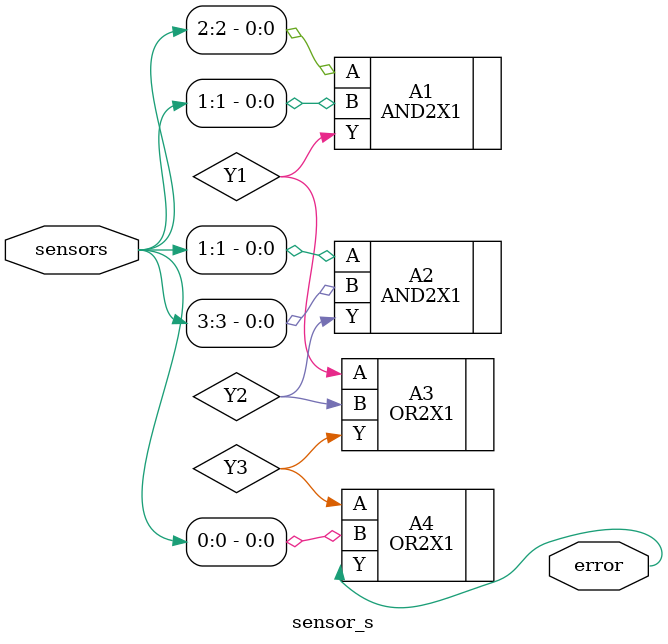
<source format=sv>

module sensor_s
(
	input [3:0] sensors,
	output error
);

wire Y1;
wire Y2;
wire Y3;


AND2X1 A1 (.Y(Y1), .A(sensors[2]), .B(sensors[1]));
AND2X1 A2 (.Y(Y2), .A(sensors[1]), .B(sensors[3]));

OR2X1 A3 (.Y(Y3), .A(Y1), .B(Y2));
OR2X1 A4 (.Y(error), .A(Y3), .B(sensors[0]));


endmodule



</source>
